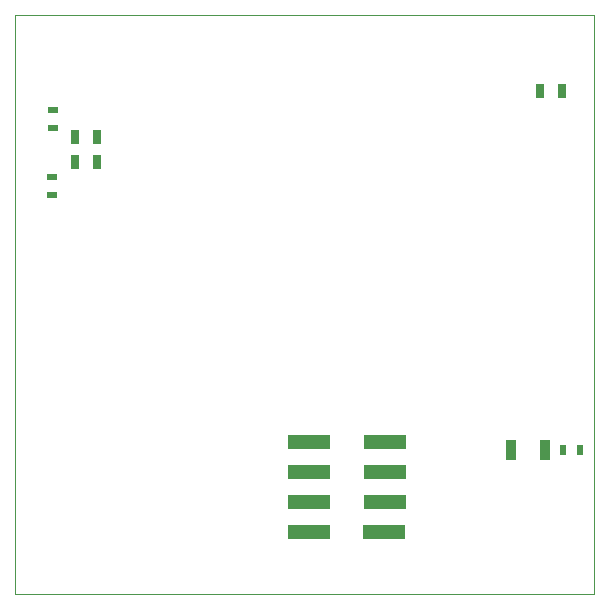
<source format=gbr>
G04 #@! TF.FileFunction,Paste,Bot*
%FSLAX46Y46*%
G04 Gerber Fmt 4.6, Leading zero omitted, Abs format (unit mm)*
G04 Created by KiCad (PCBNEW 4.0.4+dfsg1-stable) date Tue Feb 14 21:55:06 2017*
%MOMM*%
%LPD*%
G01*
G04 APERTURE LIST*
%ADD10C,0.100000*%
%ADD11R,0.900000X1.700000*%
%ADD12R,0.700000X1.300000*%
%ADD13R,0.500000X0.900000*%
%ADD14R,0.900000X0.500000*%
%ADD15R,3.600000X1.270000*%
G04 APERTURE END LIST*
D10*
X118400000Y-118300000D02*
X167400000Y-118300000D01*
X118400000Y-69300000D02*
X118400000Y-118300000D01*
X167400000Y-69300000D02*
X118400000Y-69300000D01*
X167400000Y-118300000D02*
X167400000Y-69300000D01*
D11*
X160350000Y-106100000D03*
X163250000Y-106100000D03*
D12*
X125350000Y-81700000D03*
X123450000Y-81700000D03*
X162800000Y-75700000D03*
X164700000Y-75700000D03*
X125350000Y-79600000D03*
X123450000Y-79600000D03*
D13*
X166250000Y-106100000D03*
X164750000Y-106100000D03*
D14*
X121600000Y-77350000D03*
X121600000Y-78850000D03*
X121500000Y-84500000D03*
X121500000Y-83000000D03*
D15*
X143300000Y-105460000D03*
X143300000Y-108000000D03*
X143300000Y-110540000D03*
X149700000Y-105460000D03*
X149700000Y-108000000D03*
X149675000Y-113080000D03*
X149700000Y-110540000D03*
X143325000Y-113080000D03*
M02*

</source>
